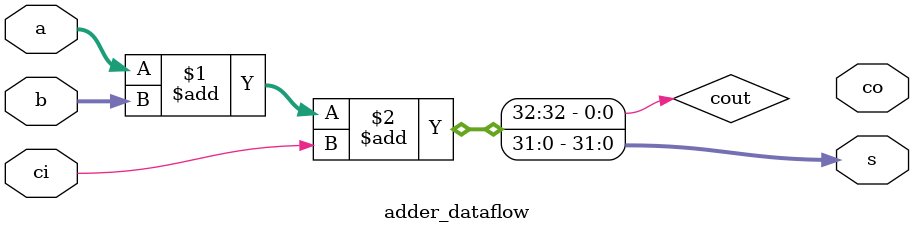
<source format=v>
module adder_dataflow(s, co, a, b, ci);
parameter width = 32;
output [width-1:0] s;
output             co;
input  [width-1:0] a, b;
input              ci;

assign {cout, s} = a + b + ci;

endmodule
</source>
